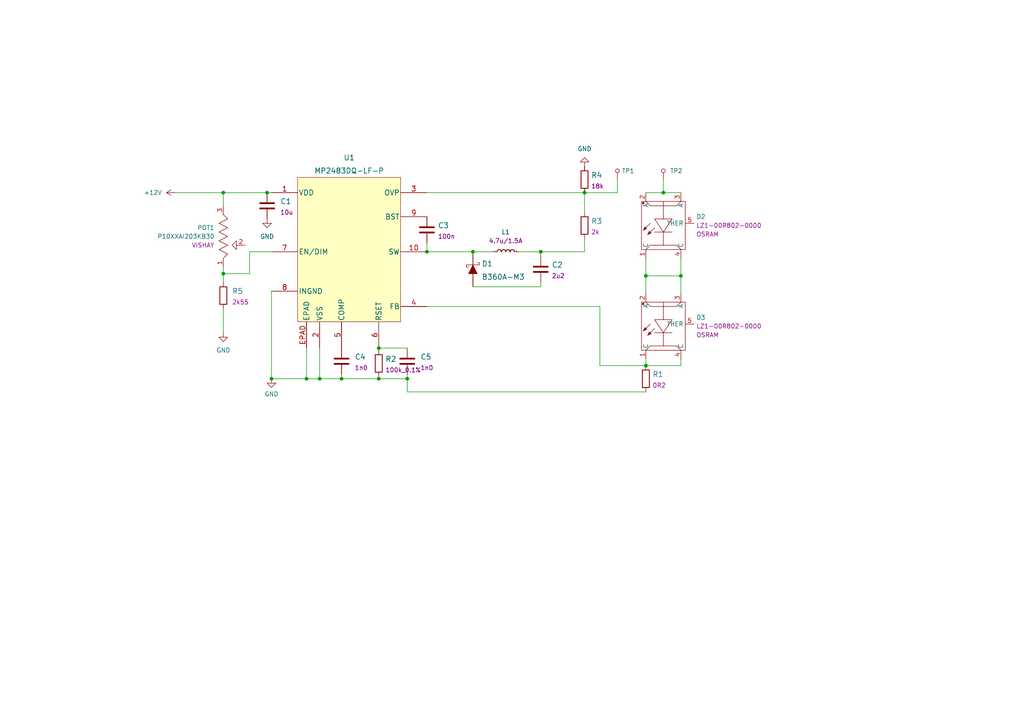
<source format=kicad_sch>
(kicad_sch (version 20211123) (generator eeschema)
  (paper "A4")
  (lib_symbols
    (symbol "LZ1-00R802-0000_1"
      (property "Reference" "D" (at 9.398 7.112 0))
      (property "MPN" "LZ1-00R802-0000" (at 10.16 4.826 0))
      (property "Manufacturer" "OSRAM" (at 9.144 2.794 0))
      (symbol "LZ1-00R802-0000_1_0_1"
        (polyline (pts (xy 3.81 -8.89) (xy 2.54 -10.16)))
        (polyline (pts (xy 3.81 -5.08) (xy 3.81 -8.89)))
        (polyline (pts (xy 3.81 -5.08) (xy 3.81 -1.27)))
        (polyline (pts (xy 3.81 -1.27) (xy 2.54 0)))
        (polyline (pts (xy 8.89 -2.54) (xy 7.62 -1.27)))
        (polyline (pts (xy 10.16 -1.27) (xy 8.89 0)))
        (polyline (pts (xy 15.24 -5.08) (xy 16.51 -5.08)))
        (polyline (pts (xy 15.24 -5.08) (xy 15.24 -8.89) (xy 16.51 -10.16)))
        (polyline (pts (xy 7.62 -5.08) (xy 11.43 -2.54) (xy 11.43 -7.62) (xy 7.62 -5.08)))
        (polyline (pts (xy 11.43 -5.08) (xy 15.24 -5.08) (xy 15.24 -1.27) (xy 16.51 0)))
        (polyline (pts (xy 2.54 1.27) (xy 2.54 -11.43) (xy 16.51 -11.43) (xy 16.51 1.27) (xy 2.54 1.27)))
        (polyline (pts (xy 3.81 -5.08) (xy 7.62 -5.08) (xy 7.62 -2.54) (xy 7.62 -7.62) (xy 7.62 -5.08)))
        (polyline (pts (xy 7.62 -1.27) (xy 7.366 -1.524) (xy 6.858 -0.508) (xy 7.874 -1.016) (xy 7.62 -1.27)) (fill (type outline)))
        (polyline (pts (xy 8.89 0) (xy 8.636 -0.254) (xy 8.128 0.762) (xy 9.144 0.254) (xy 8.89 0)) (fill (type outline)))
        (circle (center 16.002 0.762) (radius 0.254) (fill (type outline)))
      )
      (symbol "LZ1-00R802-0000_1_1_1"
        (pin output line (at 0 0 0) (length 2.54) (name "C") (number "1"))
        (pin input line (at 19.05 0 180) (length 2.54) (name "A") (number "2"))
        (pin input line (at 19.05 -10.16 180) (length 2.54) (name "A") (number "3"))
        (pin output line (at 0 -10.16 0) (length 2.54) (name "C") (number "4"))
        (pin input line (at 10.16 -13.97 90) (length 2.54) (name "THER") (number "5"))
      )
    )
    (symbol "antmicroCapacitors0402:C_100n_0402" (pin_names (offset 0))
      (property "Reference" "C" (at -1.397 3.429 0))
      (property "Val" "100n" (at 0 -2.54 0))
      (symbol "C_100n_0402_1_1"
        (polyline (pts (xy -2.032 -0.762) (xy 2.032 -0.762)) (stroke (width 0.508)))
        (polyline (pts (xy -2.032 0.762) (xy 2.032 0.762)) (stroke (width 0.508)))
        (pin passive line (at 0 3.81 270) (length 2.794) (name "~") (number "1"))
        (pin passive line (at 0 -3.81 90) (length 2.794) (name "~") (number "2"))
      )
    )
    (symbol "antmicroCapacitors0402:C_10u_0402" (pin_names (offset 0))
      (property "Reference" "C" (at -1.397 3.429 0))
      (property "Val" "10u" (at 0 -2.54 0))
      (symbol "C_10u_0402_1_1"
        (polyline (pts (xy -2.032 -0.762) (xy 2.032 -0.762)) (stroke (width 0.508)))
        (polyline (pts (xy -2.032 0.762) (xy 2.032 0.762)) (stroke (width 0.508)))
        (pin passive line (at 0 3.81 270) (length 2.794) (name "~") (number "1"))
        (pin passive line (at 0 -3.81 90) (length 2.794) (name "~") (number "2"))
      )
    )
    (symbol "antmicroCapacitors0402:C_1n0_0402" (pin_names (offset 0))
      (property "Reference" "C" (at -1.397 3.429 0))
      (property "Val" "1n0" (at 0 -2.54 0))
      (symbol "C_1n0_0402_1_1"
        (polyline (pts (xy -2.032 -0.762) (xy 2.032 -0.762)) (stroke (width 0.508)))
        (polyline (pts (xy -2.032 0.762) (xy 2.032 0.762)) (stroke (width 0.508)))
        (pin passive line (at 0 3.81 270) (length 2.794) (name "~") (number "1"))
        (pin passive line (at 0 -3.81 90) (length 2.794) (name "~") (number "2"))
      )
    )
    (symbol "antmicroCapacitors0402:C_2u2_0402" (pin_names (offset 0))
      (property "Reference" "C" (at -1.397 3.429 0))
      (property "Val" "2u2" (at 0 -2.54 0))
      (symbol "C_2u2_0402_1_1"
        (polyline (pts (xy -2.032 -0.762) (xy 2.032 -0.762)) (stroke (width 0.508)))
        (polyline (pts (xy -2.032 0.762) (xy 2.032 0.762)) (stroke (width 0.508)))
        (pin passive line (at 0 3.81 270) (length 2.794) (name "~") (number "1"))
        (pin passive line (at 0 -3.81 90) (length 2.794) (name "~") (number "2"))
      )
    )
    (symbol "antmicroDiodesRectifiersSingle:B360A-M3" (pin_numbers hide) (pin_names (offset 0) hide)
      (property "Reference" "D" (at 0 2.54 0))
      (property "Value" "B360A-M3" (at 0 -3.81 0))
      (symbol "B360A-M3_0_1"
        (polyline (pts (xy 1.27 1.27) (xy 1.27 -1.27)))
        (polyline (pts (xy -1.27 1.27) (xy -1.27 -1.27) (xy 1.27 0) (xy -1.27 1.27)) (fill (type outline)))
        (polyline (pts (xy 1.27 -1.27) (xy 1.27 -1.905) (xy 1.905 -1.905) (xy 1.905 -1.27)))
        (polyline (pts (xy 1.27 1.27) (xy 1.27 1.905) (xy 0.635 1.905) (xy 0.635 1.27)))
      )
      (symbol "B360A-M3_1_1"
        (pin passive line (at -5.08 0 0) (length 3.81) (name "~") (number "A"))
        (pin passive line (at 5.08 0 180) (length 3.81) (name "~") (number "K"))
      )
    )
    (symbol "antmicroFixedInductors:SRP2512A-4R7M" (pin_names (offset 1.016))
      (property "Reference" "L" (at -6.985 1.905 0))
      (property "Val" "4.7u/1.5A" (at 4.445 2.54 0))
      (symbol "SRP2512A-4R7M_0_1"
        (pin passive line (at -3.81 0 0) (length 1.27) (name "P") (number "1"))
        (pin passive line (at 3.81 0 180) (length 1.27) (name "P") (number "2"))
      )
      (symbol "SRP2512A-4R7M_1_1"
        (arc (start -2.2098 0.5334) (mid -2.4364 0.3084) (end -2.54 0) (stroke (width 0.254)))
        (arc (start -1.5748 0.5334) (mid -1.894 0.6272) (end -2.2098 0.5334) (stroke (width 0.254)))
        (arc (start -1.27 0) (mid -1.3503 0.309) (end -1.5748 0.5334) (stroke (width 0.254)))
        (arc (start -0.9398 0.5334) (mid -1.1664 0.3084) (end -1.27 0) (stroke (width 0.254)))
        (arc (start -0.3048 0.5334) (mid -0.624 0.6272) (end -0.9398 0.5334) (stroke (width 0.254)))
        (arc (start 0 0) (mid -0.0803 0.309) (end -0.3048 0.5334) (stroke (width 0.254)))
        (arc (start 0.3302 0.5334) (mid 0.1036 0.3084) (end 0.0254 0) (stroke (width 0.254)))
        (arc (start 0.9652 0.5334) (mid 0.646 0.6272) (end 0.3302 0.5334) (stroke (width 0.254)))
        (arc (start 1.2446 -0.0508) (mid 1.1813 0.2752) (end 0.9652 0.5334) (stroke (width 0.254)))
        (arc (start 1.5748 0.5334) (mid 1.357 0.3053) (end 1.27 0) (stroke (width 0.254)))
        (arc (start 2.2098 0.5334) (mid 1.8942 0.6142) (end 1.5748 0.5334) (stroke (width 0.254)))
        (arc (start 2.5146 0) (mid 2.4322 0.306) (end 2.2098 0.5334) (stroke (width 0.254)))
      )
    )
    (symbol "antmicroLEDIndicationDiscrete:LZ1-00R802-0000"
      (property "Reference" "D" (at 9.398 7.112 0))
      (property "MPN" "LZ1-00R802-0000" (at 10.16 4.826 0))
      (property "Manufacturer" "OSRAM" (at 9.144 2.794 0))
      (symbol "LZ1-00R802-0000_0_1"
        (polyline (pts (xy 3.81 -8.89) (xy 2.54 -10.16)))
        (polyline (pts (xy 3.81 -5.08) (xy 3.81 -8.89)))
        (polyline (pts (xy 3.81 -5.08) (xy 3.81 -1.27)))
        (polyline (pts (xy 3.81 -1.27) (xy 2.54 0)))
        (polyline (pts (xy 8.89 -2.54) (xy 7.62 -1.27)))
        (polyline (pts (xy 10.16 -1.27) (xy 8.89 0)))
        (polyline (pts (xy 15.24 -5.08) (xy 16.51 -5.08)))
        (polyline (pts (xy 15.24 -5.08) (xy 15.24 -8.89) (xy 16.51 -10.16)))
        (polyline (pts (xy 7.62 -5.08) (xy 11.43 -2.54) (xy 11.43 -7.62) (xy 7.62 -5.08)))
        (polyline (pts (xy 11.43 -5.08) (xy 15.24 -5.08) (xy 15.24 -1.27) (xy 16.51 0)))
        (polyline (pts (xy 2.54 1.27) (xy 2.54 -11.43) (xy 16.51 -11.43) (xy 16.51 1.27) (xy 2.54 1.27)))
        (polyline (pts (xy 3.81 -5.08) (xy 7.62 -5.08) (xy 7.62 -2.54) (xy 7.62 -7.62) (xy 7.62 -5.08)))
        (polyline (pts (xy 7.62 -1.27) (xy 7.366 -1.524) (xy 6.858 -0.508) (xy 7.874 -1.016) (xy 7.62 -1.27)) (fill (type outline)))
        (polyline (pts (xy 8.89 0) (xy 8.636 -0.254) (xy 8.128 0.762) (xy 9.144 0.254) (xy 8.89 0)) (fill (type outline)))
        (circle (center 16.002 0.762) (radius 0.254) (fill (type outline)))
      )
      (symbol "LZ1-00R802-0000_1_1"
        (pin output line (at 0 0 0) (length 2.54) (name "C") (number "1"))
        (pin input line (at 19.05 0 180) (length 2.54) (name "A") (number "2"))
        (pin input line (at 19.05 -10.16 180) (length 2.54) (name "A") (number "3"))
        (pin output line (at 0 -10.16 0) (length 2.54) (name "C") (number "4"))
        (pin input line (at 10.16 -13.97 90) (length 2.54) (name "THER") (number "5"))
      )
    )
    (symbol "antmicroPMICLEDDrivers:MP2483DQ-LF-P" (pin_names (offset 0.254))
      (property "Reference" "U" (at -13.97 24.13 0))
      (property "Value" "MP2483DQ-LF-P" (at -5.08 20.955 0))
      (symbol "MP2483DQ-LF-P_1_1"
        (rectangle (start -15.24 19.05) (end 14.605 -22.86) (stroke (width 0.127)) (fill (type background)))
        (pin power_in line (at -22.86 14.605 0) (length 7.62) (name "VDD") (number "1"))
        (pin output line (at 22.225 -2.54 180) (length 7.62) (name "SW") (number "10"))
        (pin power_in line (at -8.89 -30.48 90) (length 7.62) (name "VSS") (number "2"))
        (pin unspecified line (at 22.225 14.605 180) (length 7.62) (name "OVP") (number "3"))
        (pin input line (at 22.225 -18.415 180) (length 7.62) (name "FB") (number "4"))
        (pin output line (at -2.54 -30.48 90) (length 7.62) (name "COMP") (number "5"))
        (pin unspecified line (at 8.255 -30.48 90) (length 7.62) (name "RSET") (number "6"))
        (pin input line (at -22.86 -2.54 0) (length 7.62) (name "EN/DIM") (number "7"))
        (pin power_in line (at -22.86 -13.97 0) (length 7.62) (name "INGND") (number "8"))
        (pin power_in line (at 22.225 7.62 180) (length 7.62) (name "BST") (number "9"))
        (pin power_in line (at -12.7 -30.48 90) (length 7.62) (name "EPAD") (number "EPAD"))
      )
    )
    (symbol "antmicroResistors0402:R_100k_0.1%_0402" (pin_names (offset 0))
      (property "Reference" "R" (at -1.397 3.429 0))
      (property "Val" "100k_0.1%" (at 0 -2.54 0))
      (symbol "R_100k_0.1%_0402_1_1"
        (rectangle (start 2.54 -1.016) (end -2.54 1.016) (stroke (width 0.254)))
        (pin passive line (at -3.81 0 0) (length 1.27) (name "~") (number "1"))
        (pin passive line (at 3.81 0 180) (length 1.27) (name "~") (number "2"))
      )
    )
    (symbol "antmicroResistors0402:R_18k_0402" (pin_names (offset 0))
      (property "Reference" "R" (at -1.397 3.429 0))
      (property "Val" "18k" (at 0 -2.54 0))
      (symbol "R_18k_0402_1_1"
        (rectangle (start 2.54 -1.016) (end -2.54 1.016) (stroke (width 0.254)))
        (pin passive line (at -3.81 0 0) (length 1.27) (name "~") (number "1"))
        (pin passive line (at 3.81 0 180) (length 1.27) (name "~") (number "2"))
      )
    )
    (symbol "antmicroResistors0402:R_2k55_0402" (pin_names (offset 0))
      (property "Reference" "R" (at -1.397 3.429 0))
      (property "Val" "2k55" (at 0 -2.54 0))
      (symbol "R_2k55_0402_1_1"
        (rectangle (start 2.54 -1.016) (end -2.54 1.016) (stroke (width 0.254)))
        (pin passive line (at -3.81 0 0) (length 1.27) (name "~") (number "1"))
        (pin passive line (at 3.81 0 180) (length 1.27) (name "~") (number "2"))
      )
    )
    (symbol "antmicroResistors0402:R_2k_0402" (pin_names (offset 0))
      (property "Reference" "R" (at -1.397 3.429 0))
      (property "Val" "2k" (at 0 -2.54 0))
      (symbol "R_2k_0402_1_1"
        (rectangle (start 2.54 -1.016) (end -2.54 1.016) (stroke (width 0.254)))
        (pin passive line (at -3.81 0 0) (length 1.27) (name "~") (number "1"))
        (pin passive line (at 3.81 0 180) (length 1.27) (name "~") (number "2"))
      )
    )
    (symbol "antmicroResistorsmisc:R_0R2_1206" (pin_names (offset 0))
      (property "Reference" "R" (at -1.397 3.429 0))
      (property "Val" "0R2" (at 0 -2.54 0))
      (symbol "R_0R2_1206_1_1"
        (rectangle (start 2.54 -1.016) (end -2.54 1.016) (stroke (width 0.254)))
        (pin passive line (at -3.81 0 0) (length 1.27) (name "~") (number "1"))
        (pin passive line (at 3.81 0 180) (length 1.27) (name "~") (number "2"))
      )
    )
    (symbol "antmicroRotaryPotentiometersRheostats:P10XXAI203KB30"
      (property "Reference" "POT" (at 2.54 2.54 0))
      (property "Value" "P10XXAI203KB30" (at 20.32 -5.08 0))
      (property "Manufacturer" "VISHAY" (at 19.05 -7.62 0))
      (symbol "P10XXAI203KB30_0_1"
        (polyline (pts (xy 7.62 -3.81) (xy 10.16 -3.81)))
        (polyline (pts (xy 16.51 -1.27) (xy 17.78 0)))
        (polyline (pts (xy 8.89 -2.54) (xy 7.62 -3.81) (xy 8.89 -2.54) (xy 10.16 -3.81)))
        (polyline (pts (xy 5.08 0) (xy 6.35 -1.27) (xy 7.62 1.27) (xy 8.89 -1.27) (xy 10.16 1.27) (xy 11.43 -1.27) (xy 12.7 1.27) (xy 13.97 -1.27) (xy 15.24 1.27) (xy 16.51 -1.27)))
      )
      (symbol "P10XXAI203KB30_1_1"
        (pin passive line (at 2.54 0 0) (length 2.54) (name "") (number "1"))
        (pin passive line (at 8.89 -6.35 90) (length 2.54) (name "") (number "2"))
        (pin passive line (at 20.32 0 180) (length 2.54) (name "") (number "3"))
      )
    )
    (symbol "antmicroTestPoints:5017" (pin_numbers hide) (pin_names (offset 1.016) hide)
      (property "Reference" "TP" (at -1.27 1.27 0))
      (symbol "5017_0_1"
        (circle (center 0 0) (radius 0.5588))
      )
      (symbol "5017_1_1"
        (pin passive line (at 0 2.54 270) (length 1.905) (name "~") (number "1"))
      )
    )
    (symbol "power:+12V" (power) (pin_names (offset 0))
      (property "Value" "+12V" (at 0 3.556 0))
      (symbol "+12V_0_1"
        (polyline (pts (xy -0.762 1.27) (xy 0 2.54)))
        (polyline (pts (xy 0 0) (xy 0 2.54)))
        (polyline (pts (xy 0 2.54) (xy 0.762 1.27)))
      )
      (symbol "+12V_1_1"
        (pin power_in line (at 0 0 90) (length 0) hide (name "+12V") (number "1"))
      )
    )
    (symbol "power:GND" (power) (pin_names (offset 0))
      (property "Value" "GND" (at 0 -3.81 0))
      (symbol "GND_0_1"
        (polyline (pts (xy 0 0) (xy 0 -1.27) (xy 1.27 -1.27) (xy 0 -2.54) (xy -1.27 -1.27) (xy 0 -1.27)))
      )
      (symbol "GND_1_1"
        (pin power_in line (at 0 0 270) (length 0) hide (name "GND") (number "1"))
      )
    )
  )
  (junction (at 64.77 55.88))
  (junction (at 118.11 109.855))
  (junction (at 88.9 109.855))
  (junction (at 187.325 106.045))
  (junction (at 156.845 73.025))
  (junction (at 109.855 100.965))
  (junction (at 123.825 73.025))
  (junction (at 192.405 55.88))
  (junction (at 197.485 80.01))
  (junction (at 99.06 109.855))
  (junction (at 77.47 55.88))
  (junction (at 187.325 80.01))
  (junction (at 109.855 109.855))
  (junction (at 169.545 55.88))
  (junction (at 78.74 109.855))
  (junction (at 92.71 109.855))
  (junction (at 64.77 79.375))
  (junction (at 137.16 73.025))
  (wire (pts (xy 109.855 100.965) (xy 118.11 100.965)))
  (wire (pts (xy 77.47 55.88) (xy 78.74 55.88)))
  (wire (pts (xy 78.74 109.855) (xy 88.9 109.855)))
  (wire (pts (xy 99.06 109.855) (xy 109.855 109.855)))
  (wire (pts (xy 137.16 73.025) (xy 142.875 73.025)))
  (wire (pts (xy 118.11 108.585) (xy 118.11 109.855)))
  (wire (pts (xy 169.545 61.595) (xy 169.545 55.88)))
  (wire (pts (xy 72.39 79.375) (xy 64.77 79.375)))
  (wire (pts (xy 99.06 108.585) (xy 99.06 109.855)))
  (wire (pts (xy 192.405 55.88) (xy 192.405 52.07)))
  (wire (pts (xy 78.74 84.455) (xy 78.74 109.855)))
  (wire (pts (xy 187.325 55.88) (xy 192.405 55.88)))
  (wire (pts (xy 78.74 73.025) (xy 72.39 73.025)))
  (wire (pts (xy 109.855 100.965) (xy 109.855 101.6)))
  (wire (pts (xy 173.99 106.045) (xy 173.99 88.9)))
  (wire (pts (xy 64.77 89.535) (xy 64.77 96.52)))
  (wire (pts (xy 150.495 73.025) (xy 156.845 73.025)))
  (wire (pts (xy 187.325 106.045) (xy 173.99 106.045)))
  (wire (pts (xy 197.485 104.14) (xy 197.485 106.045)))
  (wire (pts (xy 123.825 55.88) (xy 169.545 55.88)))
  (wire (pts (xy 156.845 73.025) (xy 169.545 73.025)))
  (wire (pts (xy 187.325 113.665) (xy 118.11 113.665)))
  (wire (pts (xy 109.855 109.22) (xy 109.855 109.855)))
  (wire (pts (xy 64.77 79.375) (xy 64.77 81.915)))
  (wire (pts (xy 137.16 83.185) (xy 156.845 83.185)))
  (wire (pts (xy 192.405 55.88) (xy 197.485 55.88)))
  (wire (pts (xy 64.77 77.47) (xy 64.77 79.375)))
  (wire (pts (xy 123.825 73.025) (xy 137.16 73.025)))
  (wire (pts (xy 156.845 73.025) (xy 156.845 74.295)))
  (wire (pts (xy 173.99 88.9) (xy 123.825 88.9)))
  (wire (pts (xy 197.485 74.93) (xy 197.485 80.01)))
  (wire (pts (xy 187.325 80.01) (xy 187.325 85.09)))
  (wire (pts (xy 92.71 109.855) (xy 92.71 100.965)))
  (wire (pts (xy 109.855 109.855) (xy 118.11 109.855)))
  (wire (pts (xy 64.77 55.88) (xy 64.77 59.69)))
  (wire (pts (xy 169.545 55.88) (xy 179.07 55.88)))
  (wire (pts (xy 72.39 73.025) (xy 72.39 79.375)))
  (wire (pts (xy 64.77 55.88) (xy 77.47 55.88)))
  (wire (pts (xy 99.06 109.855) (xy 92.71 109.855)))
  (wire (pts (xy 50.8 55.88) (xy 64.77 55.88)))
  (wire (pts (xy 88.9 109.855) (xy 92.71 109.855)))
  (wire (pts (xy 156.845 81.915) (xy 156.845 83.185)))
  (wire (pts (xy 187.325 106.045) (xy 197.485 106.045)))
  (wire (pts (xy 88.9 109.855) (xy 88.9 100.965)))
  (wire (pts (xy 197.485 80.01) (xy 187.325 80.01)))
  (wire (pts (xy 179.07 52.07) (xy 179.07 55.88)))
  (wire (pts (xy 118.11 113.665) (xy 118.11 109.855)))
  (wire (pts (xy 187.325 74.93) (xy 187.325 80.01)))
  (wire (pts (xy 169.545 73.025) (xy 169.545 69.215)))
  (wire (pts (xy 187.325 104.14) (xy 187.325 106.045)))
  (wire (pts (xy 123.825 70.485) (xy 123.825 73.025)))
  (wire (pts (xy 197.485 80.01) (xy 197.485 85.09)))
  (symbol (lib_id "antmicroRotaryPotentiometersRheostats:P10XXAI203KB30") (at 64.77 80.01 90) (unit 1)
    (property "Reference" "POT1" (at 62.23 66.0399 90) (effects (justify left)))
    (property "Value" "P10XXAI203KB30" (at 62.23 68.5799 90) (effects (justify left)))
    (property "Footprint" "antmicro-footprints:P10XXAI203KB30" (effects hide))
    (property "Datasheet" "https://www.farnell.com/datasheets/2243933.pdf" (effects hide))
    (property "MPN" "P10XXAI203KB30" (effects hide))
    (property "Manufacturer" "VISHAY" (at 62.23 71.1199 90) (effects (justify left)))
    (property "Copyright" "Copyright (c) 2023 Antmicro" (effects hide))
    (property "License" "Apache-2.0 License" (effects hide))
  )
  (symbol (lib_id "antmicroCapacitors0402:C_2u2_0402") (at 156.845 78.105 0) (unit 1)
    (property "Reference" "C2" (at 160.02 76.835 0) (effects (font (size 1.524 1.524)) (justify left)))
    (property "Value" "C_2u2_0402" (effects hide))
    (property "Footprint" "antmicro-footprints:0402-cap" (effects hide))
    (property "Manufacturer" "TDK" (effects hide))
    (property "MPN" "C1005X5R1A225K050BC" (effects hide))
    (property "Val" "2u2" (at 160.02 80.0099 0) (effects (justify left)))
  )
  (symbol (lib_id "antmicroCapacitors0402:C_1n0_0402") (at 99.06 104.775 0) (unit 1)
    (property "Reference" "C4" (at 102.87 103.505 0) (effects (font (size 1.524 1.524)) (justify left)))
    (property "Value" "C_1n0_0402" (effects hide))
    (property "Footprint" "antmicro-footprints:0402-cap" (effects hide))
    (property "Manufacturer" "WURTH_ELEKTRONIK" (effects hide))
    (property "MPN" "885012005018" (effects hide))
    (property "Val" "1n0" (at 102.87 106.6799 0) (effects (justify left)))
  )
  (symbol (lib_id "antmicroResistors0402:R_100k_0.1%_0402") (at 109.855 105.41 90) (unit 1)
    (property "Reference" "R2" (at 111.76 104.14 90) (effects (font (size 1.524 1.524)) (justify right)))
    (property "Value" "R_100k_0.1%_0402" (effects hide))
    (property "Footprint" "antmicro-footprints:0402-res" (effects hide))
    (property "Datasheet" "https://www.mouser.pl/datasheet/2/447/PYu_RC_Group_51_RoHS_L_11-1984063.pdf" (effects hide))
    (property "Manufacturer" "Yageo" (effects hide))
    (property "MPN" "RC0402BR-07100KL" (effects hide))
    (property "Val" "100k_0.1%" (at 111.76 107.3149 90) (effects (justify right)))
  )
  (symbol (lib_id "antmicroResistors0402:R_2k55_0402") (at 64.77 85.725 90) (unit 1)
    (property "Reference" "R5" (at 67.31 84.455 90) (effects (font (size 1.524 1.524)) (justify right)))
    (property "Value" "R_2k55_0402" (effects hide))
    (property "Footprint" "antmicro-footprints:0402-res" (effects hide))
    (property "Manufacturer" "Panasonic" (effects hide))
    (property "MPN" "ERJ-2RKF2551X" (effects hide))
    (property "Val" "2k55" (at 67.31 87.6299 90) (effects (justify right)))
  )
  (symbol (lib_id "power:+12V") (at 50.8 55.88 90) (unit 1)
    (property "Reference" "#PWR0105" (effects hide))
    (property "Value" "+12V" (at 46.99 55.8799 90) (effects (justify left)))
  )
  (symbol (lib_id "antmicroPMICLEDDrivers:MP2483DQ-LF-P") (at 101.6 70.485 0) (unit 1)
    (property "Reference" "U1" (at 101.2825 45.72 0) (effects (font (size 1.524 1.524))))
    (property "Value" "MP2483DQ-LF-P" (at 101.2825 49.53 0) (effects (font (size 1.524 1.524))))
    (property "Footprint" "antmicro-footprints:MP2483DQ-LF-P" (effects hide))
    (property "MPN" "MP2483DQ-LF-P" (effects hide))
    (property "Manufacturer" "Monolithic Power Systems Inc." (effects hide))
  )
  (symbol (lib_id "antmicroTestPoints:5017") (at 192.405 49.53 180) (unit 1)
    (property "Reference" "TP2" (at 194.31 49.568 0) (effects (justify right)))
    (property "Value" "5017" (effects hide))
    (property "Footprint" "antmicro-footprints:PC_TEST-POINT_MINI_3.43x1.78mm" (effects hide))
    (property "Datasheet" "http://www.keyelco.com/product-pdf.cfm?p=1355" (effects hide))
    (property "MPN" "5017" (effects hide))
    (property "Manufacturer" "Keystone Electronics" (effects hide))
  )
  (symbol (lib_id "power:GND") (at 78.74 109.855 0) (unit 1)
    (property "Reference" "#PWR0102" (effects hide))
    (property "Value" "GND" (at 78.74 114.3 0))
  )
  (symbol (lib_id "antmicroCapacitors0402:C_1n0_0402") (at 118.11 104.775 0) (unit 1)
    (property "Reference" "C5" (at 121.92 103.505 0) (effects (font (size 1.524 1.524)) (justify left)))
    (property "Value" "C_1n0_0402" (effects hide))
    (property "Footprint" "antmicro-footprints:0402-cap" (effects hide))
    (property "Manufacturer" "WURTH_ELEKTRONIK" (effects hide))
    (property "MPN" "885012005018" (effects hide))
    (property "Val" "1n0" (at 121.92 106.6799 0) (effects (justify left)))
  )
  (symbol (lib_id "antmicroTestPoints:5017") (at 179.07 49.53 180) (unit 1)
    (property "Reference" "TP1" (at 180.34 49.568 0) (effects (justify right)))
    (property "Value" "5017" (effects hide))
    (property "Footprint" "antmicro-footprints:PC_TEST-POINT_MINI_3.43x1.78mm" (effects hide))
    (property "Datasheet" "http://www.keyelco.com/product-pdf.cfm?p=1355" (effects hide))
    (property "MPN" "5017" (effects hide))
    (property "Manufacturer" "Keystone Electronics" (effects hide))
  )
  (symbol (lib_id "power:GND") (at 64.77 96.52 0) (unit 1)
    (property "Reference" "#PWR0103" (effects hide))
    (property "Value" "GND" (at 64.77 101.6 0))
  )
  (symbol (lib_name "LZ1-00R802-0000_1") (lib_id "antmicroLEDIndicationDiscrete:LZ1-00R802-0000") (at 187.325 74.93 90) (unit 1)
    (property "Reference" "D2" (at 201.93 62.8649 90) (effects (justify right)))
    (property "Value" "LZ1-00R802-0000" (effects hide))
    (property "Footprint" "antmicro-footprints:LZ1-00R802_4EP_4.4x4.4" (effects hide))
    (property "Datasheet" "https://dammedia.osram.info/media/resource/hires/osram-dam-20512286/LZ1-00R802_EN.pdf" (effects hide))
    (property "MPN" "LZ1-00R802-0000" (at 201.93 65.4049 90) (effects (justify right)))
    (property "Manufacturer" "OSRAM" (at 201.93 67.9449 90) (effects (justify right)))
    (property "License" "Apache-2.0 License" (effects hide))
    (property "Copyright" "Copyright (c) 2023 Antmicro" (effects hide))
  )
  (symbol (lib_id "antmicroFixedInductors:SRP2512A-4R7M") (at 146.685 73.025 0) (unit 1)
    (property "Reference" "L1" (at 146.6723 67.31 0))
    (property "Value" "SRP2512A-4R7M" (effects hide))
    (property "Footprint" "antmicro-footprints:SRP2512A-1R0M" (effects hide))
    (property "Datasheet" "https://www.bourns.com/docs/Product-Datasheets/SRP2512A.pdf" (effects hide))
    (property "Manufacturer" "BOURNS" (effects hide))
    (property "MPN" "SRP2512A-1R0M" (effects hide))
    (property "MaxCur" "1.5A" (effects hide))
    (property "Size" "2.5x2.0" (effects hide))
    (property "Val" "4.7u/1.5A" (at 146.6723 69.85 0))
  )
  (symbol (lib_id "antmicroCapacitors0402:C_10u_0402") (at 77.47 59.69 0) (unit 1)
    (property "Reference" "C1" (at 81.28 58.42 0) (effects (font (size 1.524 1.524)) (justify left)))
    (property "Value" "C_10u_0402" (effects hide))
    (property "Footprint" "antmicro-footprints:0402-cap" (effects hide))
    (property "Manufacturer" "YAGEO" (effects hide))
    (property "MPN" "CC0402MRX5R5BB106" (effects hide))
    (property "Val" "10u" (at 81.28 61.5949 0) (effects (justify left)))
  )
  (symbol (lib_id "power:GND") (at 169.545 48.26 180) (unit 1)
    (property "Reference" "#PWR0101" (effects hide))
    (property "Value" "GND" (at 169.545 43.18 0))
  )
  (symbol (lib_id "antmicroDiodesRectifiersSingle:B360A-M3") (at 137.16 78.105 90) (unit 1)
    (property "Reference" "D1" (at 139.7 76.5175 90) (effects (font (size 1.524 1.524)) (justify right)))
    (property "Value" "B360A-M3" (at 139.7 80.3275 90) (effects (font (size 1.524 1.524)) (justify right)))
    (property "Footprint" "antmicro-footprints:DO-214AC" (effects hide))
    (property "Datasheet" "https://www.vishay.com/docs/89414/b350a-m3.pdf" (effects hide))
    (property "MPN" "B360A-M3/61T" (effects hide))
    (property "Manufacturer" "Vishay" (effects hide))
  )
  (symbol (lib_id "antmicroResistors0402:R_18k_0402") (at 169.545 52.07 90) (unit 1)
    (property "Reference" "R4" (at 171.45 50.8 90) (effects (font (size 1.524 1.524)) (justify right)))
    (property "Value" "R_18k_0402" (effects hide))
    (property "Footprint" "antmicro-footprints:0402-res" (effects hide))
    (property "Manufacturer" "MULTICOMP" (effects hide))
    (property "MPN" "MCWR04X1802FTL" (effects hide))
    (property "Val" "18k" (at 171.45 53.9749 90) (effects (justify right)))
  )
  (symbol (lib_id "antmicroLEDIndicationDiscrete:LZ1-00R802-0000") (at 187.325 104.14 90) (unit 1)
    (property "Reference" "D3" (at 201.93 92.0749 90) (effects (justify right)))
    (property "Value" "LZ1-00R802-0000" (effects hide))
    (property "Footprint" "antmicro-footprints:LZ1-00R802_4EP_4.4x4.4" (effects hide))
    (property "Datasheet" "https://dammedia.osram.info/media/resource/hires/osram-dam-20512286/LZ1-00R802_EN.pdf" (effects hide))
    (property "MPN" "LZ1-00R802-0000" (at 201.93 94.6149 90) (effects (justify right)))
    (property "Manufacturer" "OSRAM" (at 201.93 97.1549 90) (effects (justify right)))
    (property "License" "Apache-2.0 License" (effects hide))
    (property "Copyright" "Copyright (c) 2023 Antmicro" (effects hide))
  )
  (symbol (lib_id "antmicroResistors0402:R_2k_0402") (at 169.545 65.405 90) (unit 1)
    (property "Reference" "R3" (at 171.45 64.135 90) (effects (font (size 1.524 1.524)) (justify right)))
    (property "Value" "R_2k_0402" (effects hide))
    (property "Footprint" "antmicro-footprints:0402-res" (effects hide))
    (property "Manufacturer" "VISHAY" (effects hide))
    (property "MPN" "CRCW04022K00FKED" (effects hide))
    (property "Val" "2k" (at 171.45 67.3099 90) (effects (justify right)))
  )
  (symbol (lib_id "antmicroCapacitors0402:C_100n_0402") (at 123.825 66.675 0) (unit 1)
    (property "Reference" "C3" (at 127 65.405 0) (effects (font (size 1.524 1.524)) (justify left)))
    (property "Value" "C_100n_0402" (effects hide))
    (property "Footprint" "antmicro-footprints:0402-cap" (effects hide))
    (property "Manufacturer" "Murata" (effects hide))
    (property "MPN" "GRM155R61H104KE14D" (effects hide))
    (property "Val" "100n" (at 127 68.5799 0) (effects (justify left)))
  )
  (symbol (lib_id "antmicroResistorsmisc:R_0R2_1206") (at 187.325 109.855 90) (unit 1)
    (property "Reference" "R1" (at 189.23 108.585 90) (effects (font (size 1.524 1.524)) (justify right)))
    (property "Value" "R_0R2_1206" (effects hide))
    (property "Footprint" "antmicro-footprints:1206-res" (effects hide))
    (property "Manufacturer" "Panasonic" (effects hide))
    (property "MPN" "ERJ-8BSFR20V" (effects hide))
    (property "Val" "0R2" (at 189.23 111.7599 90) (effects (justify right)))
  )
  (symbol (lib_id "power:GND") (at 77.47 63.5 0) (unit 1)
    (property "Reference" "#PWR0104" (effects hide))
    (property "Value" "GND" (at 77.47 68.58 0))
  )
)
</source>
